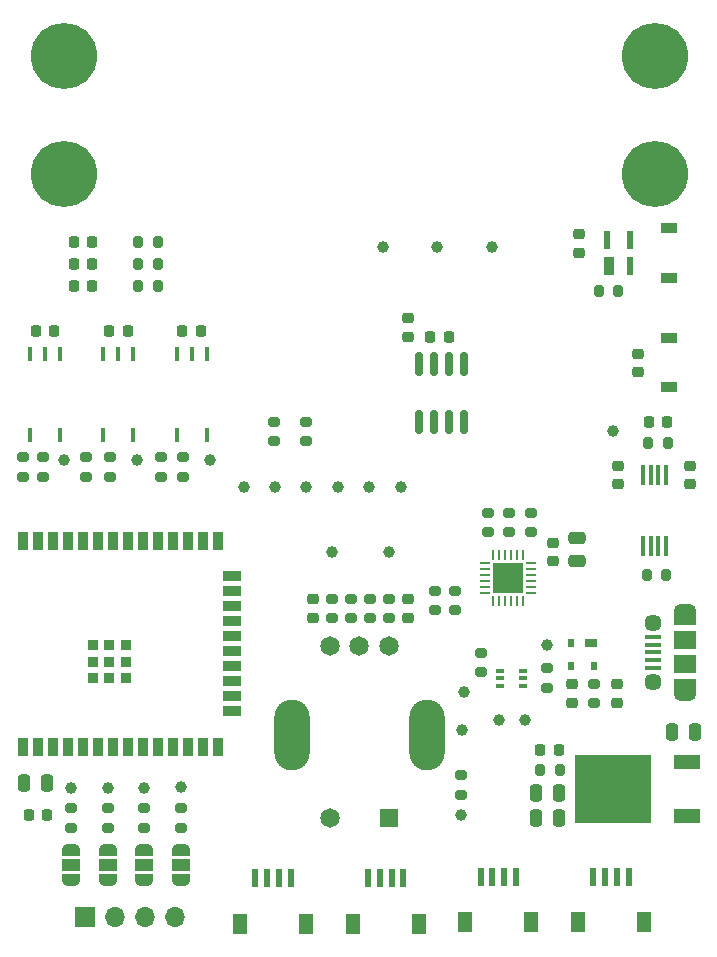
<source format=gts>
G04 #@! TF.GenerationSoftware,KiCad,Pcbnew,(6.0.11-0)*
G04 #@! TF.CreationDate,2025-05-12T21:09:53-06:00*
G04 #@! TF.ProjectId,DigitalPCB,44696769-7461-46c5-9043-422e6b696361,rev?*
G04 #@! TF.SameCoordinates,Original*
G04 #@! TF.FileFunction,Soldermask,Top*
G04 #@! TF.FilePolarity,Negative*
%FSLAX46Y46*%
G04 Gerber Fmt 4.6, Leading zero omitted, Abs format (unit mm)*
G04 Created by KiCad (PCBNEW (6.0.11-0)) date 2025-05-12 21:09:53*
%MOMM*%
%LPD*%
G01*
G04 APERTURE LIST*
G04 Aperture macros list*
%AMRoundRect*
0 Rectangle with rounded corners*
0 $1 Rounding radius*
0 $2 $3 $4 $5 $6 $7 $8 $9 X,Y pos of 4 corners*
0 Add a 4 corners polygon primitive as box body*
4,1,4,$2,$3,$4,$5,$6,$7,$8,$9,$2,$3,0*
0 Add four circle primitives for the rounded corners*
1,1,$1+$1,$2,$3*
1,1,$1+$1,$4,$5*
1,1,$1+$1,$6,$7*
1,1,$1+$1,$8,$9*
0 Add four rect primitives between the rounded corners*
20,1,$1+$1,$2,$3,$4,$5,0*
20,1,$1+$1,$4,$5,$6,$7,0*
20,1,$1+$1,$6,$7,$8,$9,0*
20,1,$1+$1,$8,$9,$2,$3,0*%
%AMFreePoly0*
4,1,22,0.550000,-0.750000,0.000000,-0.750000,0.000000,-0.745033,-0.079941,-0.743568,-0.215256,-0.701293,-0.333266,-0.622738,-0.424486,-0.514219,-0.481581,-0.384460,-0.499164,-0.250000,-0.500000,-0.250000,-0.500000,0.250000,-0.499164,0.250000,-0.499963,0.256109,-0.478152,0.396186,-0.417904,0.524511,-0.324060,0.630769,-0.204165,0.706417,-0.067858,0.745374,0.000000,0.744959,0.000000,0.750000,
0.550000,0.750000,0.550000,-0.750000,0.550000,-0.750000,$1*%
%AMFreePoly1*
4,1,20,0.000000,0.744959,0.073905,0.744508,0.209726,0.703889,0.328688,0.626782,0.421226,0.519385,0.479903,0.390333,0.500000,0.250000,0.500000,-0.250000,0.499851,-0.262216,0.476331,-0.402017,0.414519,-0.529596,0.319384,-0.634700,0.198574,-0.708877,0.061801,-0.746166,0.000000,-0.745033,0.000000,-0.750000,-0.550000,-0.750000,-0.550000,0.750000,0.000000,0.750000,0.000000,0.744959,
0.000000,0.744959,$1*%
G04 Aperture macros list end*
%ADD10RoundRect,0.200000X0.275000X-0.200000X0.275000X0.200000X-0.275000X0.200000X-0.275000X-0.200000X0*%
%ADD11RoundRect,0.225000X-0.250000X0.225000X-0.250000X-0.225000X0.250000X-0.225000X0.250000X0.225000X0*%
%ADD12RoundRect,0.200000X-0.275000X0.200000X-0.275000X-0.200000X0.275000X-0.200000X0.275000X0.200000X0*%
%ADD13RoundRect,0.225000X-0.225000X-0.250000X0.225000X-0.250000X0.225000X0.250000X-0.225000X0.250000X0*%
%ADD14R,1.400000X0.950000*%
%ADD15RoundRect,0.225000X0.250000X-0.225000X0.250000X0.225000X-0.250000X0.225000X-0.250000X-0.225000X0*%
%ADD16C,1.000000*%
%ADD17R,0.939800X1.625600*%
%ADD18R,0.508000X1.625600*%
%ADD19RoundRect,0.218750X0.218750X0.256250X-0.218750X0.256250X-0.218750X-0.256250X0.218750X-0.256250X0*%
%ADD20RoundRect,0.218750X-0.256250X0.218750X-0.256250X-0.218750X0.256250X-0.218750X0.256250X0.218750X0*%
%ADD21R,0.355600X1.778000*%
%ADD22R,0.609600X1.549400*%
%ADD23R,1.193800X1.803400*%
%ADD24C,5.600000*%
%ADD25R,1.350000X0.400000*%
%ADD26R,1.900000X1.200000*%
%ADD27O,1.900000X1.200000*%
%ADD28R,1.900000X1.500000*%
%ADD29C,1.450000*%
%ADD30RoundRect,0.250000X-0.475000X0.250000X-0.475000X-0.250000X0.475000X-0.250000X0.475000X0.250000X0*%
%ADD31RoundRect,0.218750X-0.218750X-0.256250X0.218750X-0.256250X0.218750X0.256250X-0.218750X0.256250X0*%
%ADD32RoundRect,0.200000X0.200000X0.275000X-0.200000X0.275000X-0.200000X-0.275000X0.200000X-0.275000X0*%
%ADD33RoundRect,0.250000X-0.250000X-0.475000X0.250000X-0.475000X0.250000X0.475000X-0.250000X0.475000X0*%
%ADD34R,2.200000X1.200000*%
%ADD35R,6.400000X5.800000*%
%ADD36FreePoly0,90.000000*%
%ADD37R,1.500000X1.000000*%
%ADD38FreePoly1,90.000000*%
%ADD39RoundRect,0.062500X0.350000X0.062500X-0.350000X0.062500X-0.350000X-0.062500X0.350000X-0.062500X0*%
%ADD40RoundRect,0.062500X0.062500X0.350000X-0.062500X0.350000X-0.062500X-0.350000X0.062500X-0.350000X0*%
%ADD41R,2.600000X2.600000*%
%ADD42RoundRect,0.150000X-0.150000X0.825000X-0.150000X-0.825000X0.150000X-0.825000X0.150000X0.825000X0*%
%ADD43R,1.650000X1.650000*%
%ADD44C,1.650000*%
%ADD45O,3.000000X6.000000*%
%ADD46RoundRect,0.250000X0.250000X0.475000X-0.250000X0.475000X-0.250000X-0.475000X0.250000X-0.475000X0*%
%ADD47R,0.406400X1.219200*%
%ADD48R,0.889000X1.498600*%
%ADD49R,1.498600X0.889000*%
%ADD50R,0.889000X0.889000*%
%ADD51R,1.700000X1.700000*%
%ADD52O,1.700000X1.700000*%
%ADD53R,0.650000X0.400000*%
%ADD54R,1.000000X0.700000*%
%ADD55R,0.600000X0.700000*%
G04 APERTURE END LIST*
D10*
X53200000Y-90625000D03*
X53200000Y-88975000D03*
D11*
X101800000Y-108223600D03*
X101800000Y-109773600D03*
D12*
X99890000Y-108173600D03*
X99890000Y-109823600D03*
D13*
X65025000Y-78300000D03*
X66575000Y-78300000D03*
D14*
X106200000Y-69625000D03*
X106200000Y-73775000D03*
D15*
X84100000Y-78775000D03*
X84100000Y-77225000D03*
D12*
X64900000Y-118700000D03*
X64900000Y-120350000D03*
D10*
X90910000Y-95348600D03*
X90910000Y-93698600D03*
D11*
X101900000Y-89750000D03*
X101900000Y-91300000D03*
D16*
X91800000Y-111200000D03*
D17*
X101173400Y-72766800D03*
D18*
X102877500Y-72766800D03*
X102877501Y-70633200D03*
X100957499Y-70633200D03*
D19*
X96887500Y-113800000D03*
X95312500Y-113800000D03*
D20*
X97990000Y-108211100D03*
X97990000Y-109786100D03*
D10*
X88600000Y-117550000D03*
X88600000Y-115900000D03*
D16*
X94000000Y-111200000D03*
D21*
X104025001Y-96471800D03*
X104674999Y-96471800D03*
X105325001Y-96471800D03*
X105974999Y-96471800D03*
X105974999Y-90528200D03*
X105325001Y-90528200D03*
X104674999Y-90528200D03*
X104025001Y-90528200D03*
D16*
X95900000Y-104900000D03*
X78180000Y-91500000D03*
X64900000Y-116900000D03*
D22*
X99799998Y-124498500D03*
X100799999Y-124498500D03*
X101799997Y-124498500D03*
X102799998Y-124498500D03*
D23*
X98499999Y-128373501D03*
X104099997Y-128373501D03*
D24*
X55000000Y-65000000D03*
D25*
X104837500Y-106800000D03*
X104837500Y-106150000D03*
X104837500Y-105500000D03*
X104837500Y-104850000D03*
X104837500Y-104200000D03*
D26*
X107537500Y-102600000D03*
D27*
X107537500Y-102000000D03*
D28*
X107537500Y-104500000D03*
D27*
X107537500Y-109000000D03*
D28*
X107537500Y-106500000D03*
D29*
X104837500Y-103000000D03*
X104837500Y-108000000D03*
D26*
X107537500Y-108400000D03*
D12*
X58716000Y-118700000D03*
X58716000Y-120350000D03*
D22*
X71205050Y-124598500D03*
X72205051Y-124598500D03*
X73205049Y-124598500D03*
X74205050Y-124598500D03*
D23*
X69905051Y-128473501D03*
X75505049Y-128473501D03*
D22*
X90268348Y-124498500D03*
X91268349Y-124498500D03*
X92268347Y-124498500D03*
X93268348Y-124498500D03*
D23*
X88968349Y-128373501D03*
X94568347Y-128373501D03*
D12*
X94510000Y-93698600D03*
X94510000Y-95348600D03*
D13*
X52625000Y-78300000D03*
X54175000Y-78300000D03*
D16*
X88900000Y-108900000D03*
D30*
X98410000Y-95848600D03*
X98410000Y-97748600D03*
D31*
X55812500Y-74500000D03*
X57387500Y-74500000D03*
D15*
X108000000Y-91275000D03*
X108000000Y-89725000D03*
D12*
X55600000Y-118700000D03*
X55600000Y-120350000D03*
D31*
X55812500Y-70800000D03*
X57387500Y-70800000D03*
D16*
X83500000Y-91500000D03*
X82500000Y-97000000D03*
D32*
X62925000Y-74500000D03*
X61275000Y-74500000D03*
D33*
X51650000Y-116600000D03*
X53550000Y-116600000D03*
D34*
X107780000Y-119345000D03*
D35*
X101480000Y-117065000D03*
D34*
X107780000Y-114785000D03*
D36*
X55580000Y-124825000D03*
D37*
X55580000Y-123525000D03*
D38*
X55580000Y-122225000D03*
D13*
X58825000Y-78300000D03*
X60375000Y-78300000D03*
D16*
X101500000Y-86800000D03*
X72860000Y-91500000D03*
D13*
X86025000Y-78800000D03*
X87575000Y-78800000D03*
D39*
X94537500Y-100450000D03*
X94537500Y-99950000D03*
X94537500Y-99450000D03*
X94537500Y-98950000D03*
X94537500Y-98450000D03*
X94537500Y-97950000D03*
D40*
X93850000Y-97262500D03*
X93350000Y-97262500D03*
X92850000Y-97262500D03*
X92350000Y-97262500D03*
X91850000Y-97262500D03*
X91350000Y-97262500D03*
D39*
X90662500Y-97950000D03*
X90662500Y-98450000D03*
X90662500Y-98950000D03*
X90662500Y-99450000D03*
X90662500Y-99950000D03*
X90662500Y-100450000D03*
D40*
X91350000Y-101137500D03*
X91850000Y-101137500D03*
X92350000Y-101137500D03*
X92850000Y-101137500D03*
X93350000Y-101137500D03*
X93850000Y-101137500D03*
D41*
X92600000Y-99200000D03*
D42*
X88845000Y-81095000D03*
X87575000Y-81095000D03*
X86305000Y-81095000D03*
X85035000Y-81095000D03*
X85035000Y-86045000D03*
X86305000Y-86045000D03*
X87575000Y-86045000D03*
X88845000Y-86045000D03*
D43*
X82500000Y-119500000D03*
D44*
X77500000Y-119500000D03*
X82500000Y-105000000D03*
X77500000Y-105000000D03*
X80000000Y-105000000D03*
D45*
X85700000Y-112500000D03*
X74300000Y-112500000D03*
D16*
X91200000Y-71200000D03*
D12*
X90300000Y-105550000D03*
X90300000Y-107200000D03*
D16*
X88600000Y-119300000D03*
D12*
X56900000Y-88975000D03*
X56900000Y-90625000D03*
D46*
X96870000Y-117400000D03*
X94970000Y-117400000D03*
D32*
X101925000Y-74900000D03*
X100275000Y-74900000D03*
D16*
X55580000Y-117000000D03*
X77700000Y-97000000D03*
X82000000Y-71200000D03*
D24*
X105000000Y-55000000D03*
D32*
X62925000Y-72650000D03*
X61275000Y-72650000D03*
D16*
X70200000Y-91500000D03*
D32*
X96965000Y-115495000D03*
X95315000Y-115495000D03*
D13*
X104525000Y-86000000D03*
X106075000Y-86000000D03*
D47*
X52130000Y-87141700D03*
X54670000Y-87141700D03*
X54670000Y-80258300D03*
X53400000Y-80258300D03*
X52130000Y-80258300D03*
D12*
X88100000Y-100275000D03*
X88100000Y-101925000D03*
X61812000Y-118700000D03*
X61812000Y-120350000D03*
D48*
X51491330Y-113550000D03*
X52761330Y-113550000D03*
X54031330Y-113550000D03*
X55301330Y-113550000D03*
X56571330Y-113550000D03*
X57841330Y-113550000D03*
X59111330Y-113550000D03*
X60381330Y-113550000D03*
X61651330Y-113550000D03*
X62921330Y-113550000D03*
X64191330Y-113550000D03*
X65461330Y-113550000D03*
X66731330Y-113550000D03*
X68001330Y-113550000D03*
D49*
X69251772Y-110515000D03*
X69251772Y-109245000D03*
X69251772Y-107975000D03*
X69251772Y-106705000D03*
X69251772Y-105435000D03*
X69251772Y-104165000D03*
X69251772Y-102895000D03*
X69251772Y-101625000D03*
X69251772Y-100355000D03*
X69251772Y-99085000D03*
D48*
X68001330Y-96050000D03*
X66731330Y-96050000D03*
X65461330Y-96050000D03*
X64191330Y-96050000D03*
X62921330Y-96050000D03*
X61651330Y-96050000D03*
X60381330Y-96050000D03*
X59111330Y-96050000D03*
X57841330Y-96050000D03*
X56571330Y-96050000D03*
X55301330Y-96050000D03*
X54031330Y-96050000D03*
X52761330Y-96050000D03*
X51491330Y-96050000D03*
D50*
X57431193Y-107704289D03*
X57431193Y-106304290D03*
X57431193Y-104904290D03*
X58831193Y-107704289D03*
X58831193Y-106304290D03*
X58831193Y-104904290D03*
X60231191Y-107704236D03*
X60231191Y-106304188D03*
X60231191Y-104904140D03*
D10*
X82500000Y-102625000D03*
X82500000Y-100975000D03*
D12*
X95900000Y-106875000D03*
X95900000Y-108525000D03*
D16*
X88700000Y-112100000D03*
X61800000Y-117000000D03*
D32*
X106000000Y-98975000D03*
X104350000Y-98975000D03*
D10*
X58875000Y-90625000D03*
X58875000Y-88975000D03*
D36*
X61800000Y-124825000D03*
D37*
X61800000Y-123525000D03*
D38*
X61800000Y-122225000D03*
D11*
X96410000Y-96243600D03*
X96410000Y-97793600D03*
D51*
X56780000Y-127900000D03*
D52*
X59320000Y-127900000D03*
X61860000Y-127900000D03*
X64400000Y-127900000D03*
D16*
X61200000Y-89200000D03*
D12*
X80900000Y-100975000D03*
X80900000Y-102625000D03*
D31*
X55812500Y-72650000D03*
X57387500Y-72650000D03*
D15*
X103600000Y-81775000D03*
X103600000Y-80225000D03*
D12*
X92710000Y-93698600D03*
X92710000Y-95348600D03*
D36*
X64900000Y-124825000D03*
D37*
X64900000Y-123525000D03*
D38*
X64900000Y-122225000D03*
D14*
X106200000Y-78925000D03*
X106200000Y-83075000D03*
D10*
X75500000Y-87625000D03*
X75500000Y-85975000D03*
X65100000Y-90625000D03*
X65100000Y-88975000D03*
D12*
X86400000Y-100275000D03*
X86400000Y-101925000D03*
D24*
X105000000Y-65000000D03*
D32*
X62925000Y-70800000D03*
X61275000Y-70800000D03*
X106125000Y-87800000D03*
X104475000Y-87800000D03*
D16*
X58700000Y-117000000D03*
D33*
X106480000Y-112240000D03*
X108380000Y-112240000D03*
D12*
X63200000Y-88975000D03*
X63200000Y-90625000D03*
D16*
X55000000Y-89200000D03*
D11*
X84100000Y-101025000D03*
X84100000Y-102575000D03*
D53*
X91950000Y-107050000D03*
X91950000Y-107700000D03*
X91950000Y-108350000D03*
X93850000Y-108350000D03*
X93850000Y-107700000D03*
X93850000Y-107050000D03*
D10*
X77700000Y-102625000D03*
X77700000Y-100975000D03*
D54*
X99650000Y-104700000D03*
D55*
X97950000Y-104700000D03*
X97950000Y-106700000D03*
X99850000Y-106700000D03*
D16*
X86600000Y-71200000D03*
D47*
X64530000Y-87141700D03*
X67070000Y-87141700D03*
X67070000Y-80258300D03*
X65800000Y-80258300D03*
X64530000Y-80258300D03*
D10*
X72800000Y-87625000D03*
X72800000Y-85975000D03*
D15*
X98600000Y-71675000D03*
X98600000Y-70125000D03*
D24*
X55000000Y-55000000D03*
D16*
X75520000Y-91500000D03*
D46*
X96870000Y-119555000D03*
X94970000Y-119555000D03*
D13*
X52025000Y-119300000D03*
X53575000Y-119300000D03*
D16*
X80840000Y-91500000D03*
D22*
X80736699Y-124598500D03*
X81736700Y-124598500D03*
X82736698Y-124598500D03*
X83736699Y-124598500D03*
D23*
X79436700Y-128473501D03*
X85036698Y-128473501D03*
D12*
X51500000Y-88975000D03*
X51500000Y-90625000D03*
X79300000Y-100975000D03*
X79300000Y-102625000D03*
D16*
X67400000Y-89200000D03*
D11*
X76100000Y-101025000D03*
X76100000Y-102575000D03*
D47*
X58330000Y-87141700D03*
X60870000Y-87141700D03*
X60870000Y-80258300D03*
X59600000Y-80258300D03*
X58330000Y-80258300D03*
D36*
X58700000Y-124825000D03*
D37*
X58700000Y-123525000D03*
D38*
X58700000Y-122225000D03*
M02*

</source>
